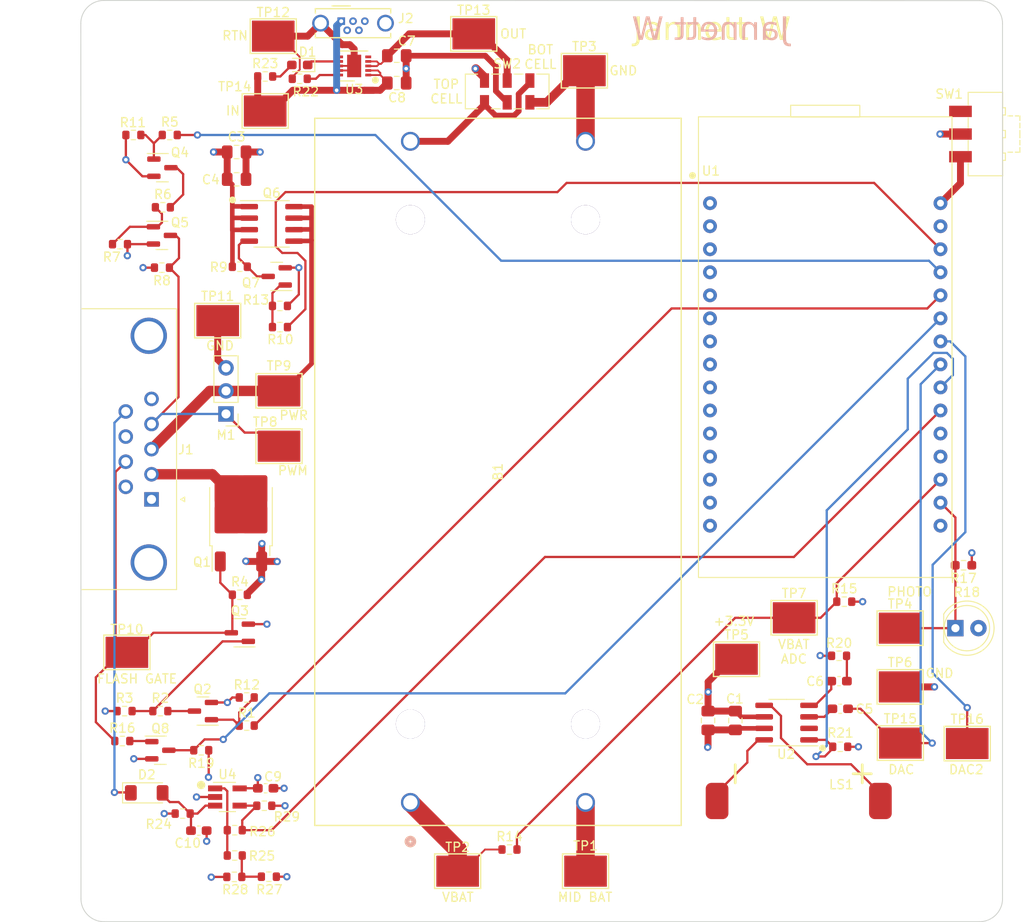
<source format=kicad_pcb>
(kicad_pcb (version 20221018) (generator pcbnew)
  (layers (0 "F.Cu" signal) (1 "In1.Cu" signal) (2 "In2.Cu" signal) (31 "B.Cu" signal) (34 "B.Paste" user) (35 "F.Paste" user) (36 "B.SilkS" user "B.Silkscreen") (37 "F.SilkS" user "F.Silkscreen") (38 "B.Mask" user) (39 "F.Mask" user) (44 "Edge.Cuts" user))
  (net 0 "")
  (net 1 "VBAT")
  (net 2 "/BAT_MID")
  (net 3 "GND")
  (net 4 "/SERVO_PWR")
  (net 5 "/SERVO_PWM_H")
  (net 6 "Net-(Q2-B)")
  (net 7 "Net-(Q2-C)")
  (net 8 "Net-(Q3-B)")
  (net 9 "Net-(Q4-B)")
  (net 10 "Net-(Q4-C)")
  (net 11 "Net-(Q5-B)")
  (net 12 "Net-(Q6-G)")
  (net 13 "Net-(Q7-B)")
  (net 14 "FLASH")
  (net 15 "SERVO_PWM")
  (net 16 "SERVO_GATE")
  (net 17 "/FLASH_GATE")
  (net 18 "/VBAT_ADC")
  (net 35 "Net-(U2-OUT+)")
  (net 36 "Net-(U2-OUT-)")
  (net 37 "DAC")
  (net 39 "Net-(U2-IN+)")
  (net 40 "Net-(Q8-B)")
  (net 41 "FLASH_FB")
  (net 42 "Net-(C6-Pad1)")
  (net 43 "+3.3V")
  (net 44 "/PHOTORES")
  (net 46 "Net-(U2-IN-)")
  (net 47 "EN_AUDIO")
  (net 48 "/CHARGER_OUT")
  (net 49 "/CHARGER_RTN")
  (net 50 "/CHARGER_IN")
  (net 51 "Net-(D1-K)")
  (net 52 "Net-(D1-A)")
  (net 56 "Net-(U3-PROG)")
  (net 57 "/ESP_PWR")
  (net 60 "Net-(D2-A)")
  (net 61 "/BW_IN")
  (net 62 "Net-(U4-+)")
  (net 63 "Net-(R25-Pad2)")
  (net 64 "BW_INT")
  (net 65 "Net-(U1-GPIO26)")
  (net 66 "/FLASH_OUT")
  (footprint "Capacitor_SMD:C_0603_1608Metric_Pad1.08x0.95mm_HandSolder" (layer "F.Cu") (at 114.6048 142.3416)
    (fp_text reference "C10")
    (fp_text value "0.1uF")
  )
  (footprint "Resistor_SMD:R_0603_1608Metric" (layer "F.Cu") (at 118.5672 142.2908 180)
    (fp_text reference "R26")
    (fp_text value "1Meg")
  )
  (footprint "Capacitor_SMD:C_0603_1608Metric_Pad1.08x0.95mm_HandSolder" (layer "F.Cu") (at 121.9708 137.668 180)
    (fp_text reference "C9")
    (fp_text value "0.1uF")
  )
  (footprint "Capacitor_SMD:C_0805_2012Metric_Pad1.18x1.45mm_HandSolder" (layer "F.Cu") (at 136.4195 59.906)
    (fp_text reference "C8")
    (fp_text value "10uF")
  )
  (footprint "MountingHole:MountingHole_3.2mm_M3" (layer "F.Cu") (at 198.12 147.32)
    (fp_text reference "H4" hide)
    (fp_text value "MountingHole")
  )
  (footprint "Jarrett_Footprint_Library:TestPoint_Keystone_5016_Compact" (layer "F.Cu") (at 121.92 62.992)
    (fp_text reference "TP14")
    (fp_text value "5016")
  )
  (footprint "Jarrett_Footprint_Library:TestPoint_Keystone_5016_Compact" (layer "F.Cu") (at 116.6876 86.106)
    (fp_text reference "TP11")
    (fp_text value "5016")
  )
  (footprint "Capacitor_SMD:C_0805_2012Metric_Pad1.18x1.45mm_HandSolder" (layer "F.Cu") (at 118.7704 67.5132)
    (fp_text reference "C3")
    (fp_text value "10uF")
  )
  (footprint "LED_SMD:LED_0603_1608Metric_Pad1.05x0.95mm_HandSolder" (layer "F.Cu") (at 125.73 57.912 180)
    (fp_text reference "D1")
    (fp_text value "LED")
  )
  (footprint "Resistor_SMD:R_0603_1608Metric" (layer "F.Cu") (at 110.363 129.159)
    (fp_text reference "R2")
    (fp_text value "10K")
  )
  (footprint "Capacitor_SMD:C_0805_2012Metric_Pad1.18x1.45mm_HandSolder" (layer "F.Cu") (at 136.4195 56.896)
    (fp_text reference "C7")
    (fp_text value "10uF")
  )
  (footprint "Connector_USB:USB_Micro-B_Wuerth_614105150721_Vertical_CircularHoles" (layer "F.Cu") (at 130.302 53.086)
    (fp_text reference "J2")
    (fp_text value "614105150721")
  )
  (footprint "Button_Switch_SMD:SW_DPDT_CK_JS202011JCQN" (layer "F.Cu") (at 148.59 60.833)
    (fp_text reference "SW2")
    (fp_text value "JS202011JCQN")
  )
  (footprint "Package_SO:SOIC-8_3.9x4.9mm_P1.27mm" (layer "F.Cu") (at 122.6312 75.438)
    (fp_text reference "Q6")
    (fp_text value "FDS9435A")
  )
  (footprint "Connector_Dsub:DSUB-9_Female_Horizontal_P2.77x2.84mm_EdgePinOffset4.94mm_Housed_MountingHolesOffset7.48mm" (layer "F.Cu") (at 109.393 105.816 -90)
    (fp_text reference "J1")
    (fp_text value "DE9_Receptacle_MountingHoles")
  )
  (footprint "Resistor_SMD:R_0603_1608Metric" (layer "F.Cu") (at 118.5672 145.0848)
    (fp_text reference "R25")
    (fp_text value "10K")
  )
  (footprint "Resistor_SMD:R_0603_1608Metric" (layer "F.Cu") (at 119.888 127.6604 180)
    (fp_text reference "R12")
    (fp_text value "1K")
  )
  (footprint "Resistor_SMD:R_0603_1608Metric" (layer "F.Cu") (at 123.5456 86.8172)
    (fp_text reference "R10")
    (fp_text value "10K")
  )
  (footprint "Package_TO_SOT_SMD:SOT-23" (layer "F.Cu") (at 110.363 133.477)
    (fp_text reference "Q8")
    (fp_text value "MMBT3904")
  )
  (footprint "Jarrett_Footprint_Library:TestPoint_Keystone_5016_Compact" (layer "F.Cu") (at 106.68 122.682)
    (fp_text reference "TP10")
    (fp_text value "5016")
  )
  (footprint "Resistor_SMD:R_0603_1608Metric" (layer "F.Cu") (at 106.426 129.159)
    (fp_text reference "R3")
    (fp_text value "1K")
  )
  (footprint "Package_SO:SOIC-8_3.9x4.9mm_P1.27mm" (layer "F.Cu") (at 179.386 130.429 180)
    (fp_text reference "U2")
    (fp_text value "PAM8302AAD")
  )
  (footprint "Package_TO_SOT_SMD:TO-252-2" (layer "F.Cu") (at 119.253 107.618 90)
    (fp_text reference "Q1")
    (fp_text value "QM6006D")
  )
  (footprint "Package_TO_SOT_SMD:SOT-23" (layer "F.Cu") (at 110.5408 76.708)
    (fp_text reference "Q5")
    (fp_text value "MMBT3906")
  )
  (footprint "Jarrett_Footprint_Library:TestPoint_Keystone_5016_Compact" (layer "F.Cu") (at 144.907 54.483)
    (fp_text reference "TP13")
    (fp_text value "5016")
  )
  (footprint "Resistor_SMD:R_0603_1608Metric" (layer "F.Cu") (at 105.918 77.6732 180)
    (fp_text reference "R7")
    (fp_text value "1K")
  )
  (footprint "Resistor_SMD:R_0603_1608Metric" (layer "F.Cu") (at 112.8268 140.462)
    (fp_text reference "R24")
    (fp_text value "10K")
  )
  (footprint "Package_TO_SOT_SMD:SOT-23" (layer "F.Cu") (at 110.5916 69.2404)
    (fp_text reference "Q4")
    (fp_text value "MMBT3904")
  )
  (footprint "Jarrett_Footprint_Library:TestPoint_Keystone_5016_Compact" (layer "F.Cu") (at 180.213 118.872)
    (fp_text reference "TP7")
    (fp_text value "5016")
  )
  (footprint "Resistor_SMD:R_0603_1608Metric" (layer "F.Cu") (at 185.166 123.063 180)
    (fp_text reference "R20")
    (fp_text value "0")
  )
  (footprint "Resistor_SMD:R_0603_1608Metric" (layer "F.Cu") (at 110.6424 73.6092)
    (fp_text reference "R6")
    (fp_text value "10K")
  )
  (footprint "Resistor_SMD:R_0603_1608Metric" (layer "F.Cu") (at 107.3912 65.6336 180)
    (fp_text reference "R11")
    (fp_text value "1K")
  )
  (footprint "Resistor_SMD:R_0603_1608Metric" (layer "F.Cu") (at 119.888 130.7592)
    (fp_text reference "R1")
    (fp_text value "10K")
  )
  (footprint "Resistor_SMD:R_0603_1608Metric" (layer "F.Cu") (at 119.126 80.1624)
    (fp_text reference "R9")
    (fp_text value "10K")
  )
  (footprint "Connector_PinHeader_2.54mm:PinHeader_1x03_P2.54mm_Vertical" (layer "F.Cu") (at 117.602 96.393 180)
    (fp_text reference "M1")
    (fp_text value "Motor_Servo")
  )
  (footprint "Resistor_SMD:R_0603_1608Metric" (layer "F.Cu") (at 121.92 59.182)
    (fp_text reference "R23")
    (fp_text value "1K")
  )
  (footprint "Jarrett_Footprint_Library:TestPoint_Keystone_5016_Compact" (layer "F.Cu") (at 191.9224 132.6896)
    (fp_text reference "TP15")
    (fp_text value "5016")
  )
  (footprint "Resistor_SMD:R_0603_1608Metric" (layer "F.Cu") (at 110.5408 80.264 180)
    (fp_text reference "R8")
    (fp_text value "1K")
  )
  (footprint "Package_DFN_QFN:DFN-10-1EP_3x3mm_P0.5mm_EP1.55x2.48mm" (layer "F.Cu") (at 131.725 58.023 180)
    (fp_text reference "U3")
    (fp_text value "MCP73123T-22SI/MF")
  )
  (footprint "Capacitor_SMD:C_0805_2012Metric_Pad1.18x1.45mm_HandSolder" (layer "F.Cu") (at 170.726 130.1965 -90)
    (fp_text reference "C2")
    (fp_text value "1uF")
  )
  (footprint "Resistor_SMD:R_0603_1608Metric" (layer "F.Cu") (at 121.8184 139.5984 180)
    (fp_text reference "R29")
    (fp_text value "10K")
  )
  (footprint "MountingHole:MountingHole_3.2mm_M3" (layer "F.Cu") (at 106.68 55.88)
    (fp_text reference "H1" hide)
    (fp_text value "MountingHole")
  )
  (footprint "Jarrett_Footprint_Library:TestPoint_Keystone_5016_Compact" (layer "F.Cu") (at 157.226 146.812)
    (fp_text reference "TP1")
    (fp_text value "5016")
  )
  (footprint "Jarrett_Footprint_Library:TestPoint_Keystone_5016_Compact" (layer "F.Cu") (at 123.444 93.853)
    (fp_text reference "TP9")
    (fp_text value "5016")
  )
  (footprint "Resistor_SMD:R_0603_1608Metric" (layer "F.Cu") (at 148.844 144.4244)
    (fp_text reference "R14")
    (fp_text value "20K")
  )
  (footprint "Jarrett_Footprint_Library:OWS-142037TA-4" (layer "F.Cu") (at 170.721 138.0725 -90)
    (fp_text reference "LS1")
    (fp_text value "OWS-142037TA-4")
  )
  (footprint "Capacitor_SMD:C_0603_1608Metric_Pad1.08x0.95mm_HandSolder" (layer "F.Cu") (at 185.165 125.857 180)
    (fp_text reference "C6")
    (fp_text value "0.1uF")
  )
  (footprint "MountingHole:MountingHole_3.2mm_M3" (layer "F.Cu") (at 106.68 147.32)
    (fp_text reference "H2" hide)
    (fp_text value "MountingHole")
  )
  (footprint "Resistor_SMD:R_0603_1608Metric" (layer "F.Cu") (at 118.5164 147.4424)
    (fp_text reference "R28")
    (fp_text value "10K")
  )
  (footprint "Resistor_SMD:R_0603_1608Metric" (layer "F.Cu") (at 185.292 133.096)
    (fp_text reference "R21")
    (fp_text value "10K")
  )
  (footprint "Jarrett_Footprint_Library:TestPoint_Keystone_5016_Compact" (layer "F.Cu") (at 191.897 126.492)
    (fp_text reference "TP6")
    (fp_text value "5016")
  )
  (footprint "Resistor_SMD:R_0603_1608Metric" (layer "F.Cu") (at 114.872 133.477 180)
    (fp_text reference "R19")
    (fp_text value "10K")
  )
  (footprint "Jarrett_Footprint_Library:TestPoint_Keystone_5016_Compact" (layer "F.Cu") (at 173.863 123.444)
    (fp_text reference "TP5")
    (fp_text value "5016")
  )
  (footprint "Jarrett_Footprint_Library:TestPoint_Keystone_5016_Compact" (layer "F.Cu") (at 199.2884 132.7404)
    (fp_text reference "TP16")
    (fp_text value "5016")
  )
  (footprint "Resistor_SMD:R_0603_1608Metric" (layer "F.Cu") (at 106.172 132.461)
    (fp_text reference "R16")
    (fp_text value "10K")
  )
  (footprint "Jarrett_Footprint_Library:TestPoint_Keystone_5016_Compact" (layer "F.Cu") (at 143.129 146.812)
    (fp_text reference "TP2")
    (fp_text value "5016")
  )
  (footprint "Diode_SMD:D_MiniMELF" (layer "F.Cu") (at 108.8644 138.176)
    (fp_text reference "D2")
    (fp_text value "BAV103-GS08\n")
  )
  (footprint "Resistor_SMD:R_0603_1608Metric" (layer "F.Cu") (at 122.3264 147.4216)
    (fp_text reference "R27")
    (fp_text value "10K")
  )
  (footprint "Package_TO_SOT_SMD:SOT-23-5_HandSoldering" (layer "F.Cu") (at 117.7544 138.6332)
    (fp_text reference "U4")
    (fp_text value "TLV1701AIDBVT")
  )
  (footprint "MountingHole:MountingHole_3.2mm_M3" (layer "F.Cu") (at 198.12 55.88)
    (fp_text reference "H3" hide)
    (fp_text value "MountingHole")
  )
  (footprint "Resistor_SMD:R_0603_1608Metric" (layer "F.Cu") (at 111.4044 65.6336)
    (fp_text reference "R5")
    (fp_text value "10K")
  )
  (footprint "Resistor_SMD:R_0603_1608Metric_Pad0.98x0.95mm_HandSolder" (layer "F.Cu") (at 198.882 113.0808 180)
    (fp_text reference "R17")
    (fp_text value "10K")
  )
  (footprint "Resistor_SMD:R_0603_1608Metric" (layer "F.Cu") (at 185.737 117.094)
    (fp_text reference "R15")
    (fp_text value "10K")
  )
  (footprint "Package_TO_SOT_SMD:SOT-23" (layer "F.Cu") (at 119.126 120.523 180)
    (fp_text reference "Q3")
    (fp_text value "MMBT3906")
  )
  (footprint "Package_TO_SOT_SMD:SOT-23" (layer "F.Cu") (at 115.062 129.159 180)
    (fp_text reference "Q2")
    (fp_text value "MMBT3904")
  )
  (footprint "Jarrett_Footprint_Library:ESP32_MODULE" (layer "F.Cu") (at 183.642 89.027)
    (fp_text reference "U1")
    (fp_text value "~")
  )
  (footprint "Resistor_SMD:R_0603_1608Metric" (layer "F.Cu") (at 119.126 116.332)
    (fp_text reference "R4")
    (fp_text value "1K")
  )
  (footprint "Jarrett_Footprint_Library:TestPoint_Keystone_5016_Compact" (layer "F.Cu") (at 191.897 120.015)
    (fp_text reference "TP4")
    (fp_text value "5016")
  )
  (footprint "Jarrett_Footprint_Library:BK-18650-PC4_MPD" (layer "F.Cu") (at 137.923999 139.231117 90)
    (fp_text reference "B1")
    (fp_text value "BK-18650-PC4")
  )
  (footprint "Jarrett_Footprint_Library:TestPoint_Keystone_5016_Compact" (layer "F.Cu") (at 123.444 99.949)
    (fp_text reference "TP8")
    (fp_text value "5016")
  )
  (footprint "Resistor_SMD:R_0603_1608Metric" (layer "F.Cu") (at 123.5456 84.4804)
    (fp_text reference "R13")
    (fp_text value "1K")
  )
  (footprint "LED_THT:LED_D5.0mm" (layer "F.Cu") (at 197.988 120.015)
    (fp_text reference "R18")
    (fp_text value "R_Photo")
  )
  (footprint "Jarrett_Footprint_Library:TestPoint_Keystone_5016_Compact" (layer "F.Cu") (at 157.099 58.547)
    (fp_text reference "TP3")
    (fp_text value "5016")
  )
  (footprint "Capacitor_SMD:C_0805_2012Metric_Pad1.18x1.45mm_HandSolder" (layer "F.Cu") (at 118.7704 70.5232)
    (fp_text reference "C4")
    (fp_text value "1uF")
  )
  (footprint "Capacitor_SMD:C_0603_1608Metric_Pad1.08x0.95mm_HandSolder" (layer "F.Cu") (at 185.292 128.905 180)
    (fp_text reference "C5")
    (fp_text value "0.1uF")
  )
  (footprint "Jarrett_Footprint_Library:TestPoint_Keystone_5016_Compact" (layer "F.Cu") (at 122.809 54.737)
    (fp_text reference "TP12")
    (fp_text value "5016")
  )
  (footprint "Capacitor_SMD:C_0805_2012Metric_Pad1.18x1.45mm_HandSolder" (layer "F.Cu") (at 173.736 130.1965 -90)
    (fp_text reference "C1")
    (fp_text value "10uF")
  )
  (footprint "Button_Switch_SMD:SW_SPDT_CK-JS102011SAQN" (layer "F.Cu") (at 201.295 65.532 90)
    (fp_text reference "SW1")
    (fp_text value "JS102011SAQN")
  )
  (footprint "Resistor_SMD:R_0603_1608Metric" (layer "F.Cu") (at 125.73 59.436 180)
    (fp_text reference "R22")
    (fp_text value "10K")
  )
  (footprint "Package_TO_SOT_SMD:SOT-23" (layer "F.Cu") (at 123.19 81.2292 180)
    (fp_text reference "Q7")
    (fp_text value "MMBT3904")
  )
  (gr_circle (center 183.3372 133.2484) (end 183.642 133.2484) (stroke (width 0.15)) (fill solid) (layer "F.SilkS"))
  (gr_circle (center 169.0116 70.104) (end 169.3164 70.104) (stroke (width 0.15)) (fill solid) (layer "F.SilkS"))
  (gr_circle (center 118.3132 72.7964) (end 118.618 72.7964) (stroke (width 0.15)) (fill solid) (layer "F.SilkS"))
  (gr_circle (center 114.8588 137.3124) (end 115.2144 137.16) (stroke (width 0.15)) (fill solid) (layer "F.SilkS"))
  (gr_circle (center 134.0612 59.5884) (end 134.366 59.5884) (stroke (width 0.15)) (fill solid) (layer "F.SilkS"))
  (gr_arc (start 203.181949 149.841949) (mid 202.438 151.638) (end 200.641949 152.381949) (stroke (width 0.1)) (layer "Edge.Cuts"))
  (gr_line (start 104.14 50.8) (end 200.641949 50.818051) (stroke (width 0.1)) (layer "Edge.Cuts"))
  (gr_line (start 101.618051 149.841949) (end 101.6 53.34) (stroke (width 0.1)) (layer "Edge.Cuts"))
  (gr_arc (start 101.6 53.34) (mid 102.343949 51.543949) (end 104.14 50.8) (stroke (width 0.1)) (layer "Edge.Cuts"))
  (gr_line (start 200.641949 152.381949) (end 104.158051 152.381949) (stroke (width 0.1)) (layer "Edge.Cuts"))
  (gr_arc (start 200.641949 50.818051) (mid 202.438 51.562) (end 203.181949 53.358051) (stroke (width 0.1)) (layer "Edge.Cuts"))
  (gr_arc (start 104.158051 152.381949) (mid 102.362 151.638) (end 101.618051 149.841949) (stroke (width 0.1)) (layer "Edge.Cuts"))
  (gr_line (start 203.181949 53.358051) (end 203.181949 149.841949) (stroke (width 0.1)) (layer "Edge.Cuts"))
  (gr_text "Jannett W" (at 179.671658 55.5752) (layer "B.SilkS") (effects (font (size 2.54 2.54)) (justify left bottom mirror)))
  (gr_text "OUT" (at 147.7264 55.0672) (layer "F.SilkS") (effects (font (size 1 1)) (justify left bottom)))
  (gr_text "VBAT" (at 143.1544 150.2664) (layer "F.SilkS") (effects (font (size 1 1)) (justify bottom)))
  (gr_text "GND" (at 116.9416 89.4588) (layer "F.SilkS") (effects (font (size 1 1)) (justify bottom)))
  (gr_text "VBAT\nADC" (at 180.1876 124.0028) (layer "F.SilkS") (effects (font (size 1 1)) (justify bottom)))
  (gr_text "BOT\nCELL" (at 152.2476 58.42) (layer "F.SilkS") (effects (font (size 1 1)) (justify bottom)))
  (gr_text "DAC2" (at 199.1868 136.1948) (layer "F.SilkS") (effects (font (size 1 1)) (justify bottom)))
  (gr_text "PWM" (at 124.968 103.2256) (layer "F.SilkS") (effects (font (size 1 1)) (justify bottom)))
  (gr_text "IN" (at 117.5004 63.5508) (layer "F.SilkS") (effects (font (size 1 1)) (justify left bottom)))
  (gr_text "PWR" (at 125.0696 97.1296) (layer "F.SilkS") (effects (font (size 1 1)) (justify bottom)))
  (gr_text "TOP\nCELL" (at 141.8844 62.23) (layer "F.SilkS") (effects (font (size 1 1)) (justify bottom)))
  (gr_text "PHOTO" (at 192.9384 116.586) (layer "F.SilkS") (effects (font (size 1 1)) (justify bottom)))
  (gr_text "MID BAT" (at 157.1752 150.2664) (layer "F.SilkS") (effects (font (size 1 1)) (justify bottom)))
  (gr_text "GND" (at 196.2404 125.5776) (layer "F.SilkS") (effects (font (size 1 1)) (justify bottom)))
  (gr_text "Jannett W" (at 162.5092 55.5752) (layer "F.SilkS") (effects (font (size 2.54 2.54)) (justify left bottom)))
  (gr_text "+3.3V" (at 173.5836 119.8372) (layer "F.SilkS") (effects (font (size 1 1)) (justify bottom)))
  (gr_text "GND" (at 161.3916 59.1312) (layer "F.SilkS") (effects (font (size 1 1)) (justify bottom)))
  (gr_text "RTN" (at 117.094 55.2704) (layer "F.SilkS") (effects (font (size 1 1)) (justify left bottom)))
  (gr_text "DAC" (at 192.024 136.1948) (layer "F.SilkS") (effects (font (size 1 1)) (justify bottom)))
  (gr_text "FLASH GATE" (at 107.7976 126.1872) (layer "F.SilkS") (effects (font (size 1 1)) (justify bottom)))
  (segment (start 198.545 65.532) (end 196.2912 65.532) (width 0.762) (layer "F.Cu") (net 1))
  (segment (start 105.601 129.159) (end 104.2924 129.159) (width 0.254) (layer "F.Cu") (net 1))
  (segment (start 118.2934 76.0984) (end 118.3132 76.1182) (width 0.508) (layer "F.Cu") (net 1))
  (segment (start 143.129 144.436118) (end 137.923999 139.231117) (width 2.032) (layer "F.Cu") (net 1))
  (segment (start 148.019 144.4244) (end 146.1516 144.4244) (width 0.2032) (layer "F.Cu") (net 1))
  (segment (start 146.09 59.2728) (end 146.09 59.633) (width 0.762) (layer "F.Cu") (net 1))
  (segment (start 117.7329 67.5132) (end 116.2304 67.5132) (width 0.762) (layer "F.Cu") (net 1))
  (segment (start 118.2934 74.7776) (end 120.1618 74.7776) (width 0.508) (layer "F.Cu") (net 1))
  (segment (start 146.1516 144.4244) (end 143.764 146.812) (width 0.2032) (layer "F.Cu") (net 1))
  (segment (start 145.1356 58.3184) (end 146.09 59.2728) (width 0.9652) (layer "F.Cu") (net 1))
  (segment (start 120.0635 119.573) (end 122.113 119.573) (width 0.254) (layer "F.Cu") (net 1))
  (segment (start 117.7329 70.5232) (end 117.7329 67.5132) (width 0.762) (layer "F.Cu") (net 1))
  (segment (start 118.2934 73.5076) (end 120.1618 73.5076) (width 0.508) (layer "F.Cu") (net 1))
  (segment (start 106.743 77.6732) (end 109.5881 77.6732) (width 0.254) (layer "F.Cu") (net 1))
  (segment (start 118.3132 80.1502) (end 118.301 80.1624) (width 0.508) (layer "F.Cu") (net 1))
  (segment (start 143.764 146.812) (end 143.129 146.812) (width 0.762) (layer "F.Cu") (net 1))
  (segment (start 118.2934 76.0984) (end 120.1618 76.0984) (width 0.508) (layer "F.Cu") (net 1))
  (segment (start 109.5881 77.6732) (end 109.6033 77.658) (width 0.254) (layer "F.Cu") (net 1))
  (segment (start 118.2934 76.0984) (end 118.2934 71.0837) (width 0.508) (layer "F.Cu") (net 1))
  (segment (start 106.743 78.931) (end 106.7308 78.9432) (width 0.254) (layer "F.Cu") (net 1))
  (segment (start 143.129 146.812) (end 143.129 144.436118) (width 2.032) (layer "F.Cu") (net 1))
  (segment (start 118.2934 71.0837) (end 117.7329 70.5232) (width 0.508) (layer "F.Cu") (net 1))
  (segment (start 106.743 77.6732) (end 106.743 78.931) (width 0.254) (layer "F.Cu") (net 1))
  (segment (start 118.3132 76.1182) (end 118.3132 80.1502) (width 0.508) (layer "F.Cu") (net 1))
  (via (at 106.7308 78.9432) (size 0.8) (drill 0.4) (layers "F.Cu" "B.Cu") (net 1))
  (via (at 145.0848 58.3184) (size 0.8) (drill 0.4) (layers "F.Cu" "B.Cu") (net 1))
  (via (at 122.113 119.573) (size 0.8) (drill 0.4) (layers "F.Cu" "B.Cu") (net 1))
  (via (at 104.2924 129.159) (size 0.8) (drill 0.4) (layers "F.Cu" "B.Cu") (net 1))
  (via (at 196.2912 65.532) (size 0.8) (drill 0.4) (layers "F.Cu" "B.Cu") (net 1))
  (via (at 116.2304 67.5132) (size 0.8) (drill 0.4) (layers "F.Cu" "B.Cu") (net 1))
  (segment (start 147.32 63.5) (end 146.09 62.27) (width 0.635) (layer "F.Cu") (net 2))
  (segment (start 151.09 59.8824) (end 149.86 61.1124) (width 0.635) (layer "F.Cu") (net 2))
  (segment (start 151.09 59.633) (end 151.09 59.8824) (width 0.25) (layer "F.Cu") (net 2))
  (segment (start 142.050506 66.331094) (end 137.923999 66.331094) (width 0.762) (layer "F.Cu") (net 2))
  (segment (start 146.09 62.2916) (end 142.050506 66.331094) (width 0.762) (layer "F.Cu") (net 2))
  (segment (start 149.86 61.1124) (end 149.86 62.992) (width 0.635) (layer "F.Cu") (net 2))
  (segment (start 149.352 63.5) (end 147.32 63.5) (width 0.635) (layer "F.Cu") (net 2))
  (segment (start 146.09 62.27) (end 146.09 62.033) (width 0.25) (layer "F.Cu") (net 2))
  (segment (start 146.09 62.27) (end 146.09 62.2916) (width 0.25) (layer "F.Cu") (net 2))
  (segment (start 149.86 62.992) (end 149.352 63.5) (width 0.635) (layer "F.Cu") (net 2))
  (segment (start 157.224001 139.231117) (end 157.224001 146.559999) (width 2.032) (layer "F.Cu") (net 2))
  (segment (start 121.533 112.658) (end 121.533 114.6362) (width 0.762) (layer "F.Cu") (net 3))
  (segment (start 106.5662 68.3646) (end 106.5662 65.6336) (width 0.254) (layer "F.Cu") (net 3))
  (segment (start 121.533 112.658) (end 121.533 110.7246) (width 0.762) (layer "F.Cu") (net 3))
  (segment (start 170.726 133.1088) (end 170.688 133.1468) (width 0.762) (layer "F.Cu") (net 3))
  (segment (start 156.4386 58.547) (end 152.9526 62.033) (width 0.9652) (layer "F.Cu") (net 3))
  (segment (start 119.063 127.6604) (end 118.303 127.6604) (width 0.254) (layer "F.Cu") (net 3))
  (segment (start 125.3391 80.264) (end 124.1044 80.264) (width 0.25) (layer "F.Cu") (net 3))
  (segment (start 187.7634 117.094) (end 186.531 117.094) (width 0.254) (layer "F.Cu") (net 3))
  (segment (start 173.906 131.064) (end 173.736 131.234) (width 0.762) (layer "F.Cu") (net 3))
  (segment (start 118.303 127.6604) (end 117.7544 128.209) (width 0.254) (layer "F.Cu") (net 3))
  (segment (start 109.4255 134.427) (end 107.4318 134.427) (width 0.254) (layer "F.Cu") (net 3))
  (segment (start 121.533 110.7246) (end 121.5644 110.6932) (width 0.762) (layer "F.Cu") (net 3))
  (segment (start 183.1086 123.063) (end 183.0832 123.0376) (width 0.254) (layer "F.Cu") (net 3))
  (segment (start 123.2244 112.658) (end 123.2408 112.6744) (width 0.762) (layer "F.Cu") (net 3))
  (segment (start 125.3391 80.264) (end 125.6284 80.264) (width 0.25) (layer "F.Cu") (net 3))
  (segment (start 176.911 131.064) (end 173.906 131.064) (width 0.508) (layer "F.Cu") (net 3))
  (segment (start 191.897 126.492) (end 195.6816 126.492) (width 0.762) (layer "F.Cu") (net 3))
  (segment (start 121.533 112.658) (end 123.2244 112.658) (width 0.762) (layer "F.Cu") (net 3))
  (segment (start 109.6541 70.1904) (end 108.392 70.1904) (width 0.254) (layer "F.Cu") (net 3))
  (segment (start 116.6876 90.3986) (end 117.602 91.313) (width 0.762) (layer "F.Cu") (net 3))
  (segment (start 124.3076 147.4216) (end 123.1683 147.4216) (width 0.25) (layer "F.Cu") (net 3))
  (segment (start 152.9526 62.033) (end 151.09 62.033) (width 0.9652) (layer "F.Cu") (net 3))
  (segment (start 119.8079 67.5132) (end 121.3612 67.5132) (width 0.762) (layer "F.Cu") (net 3))
  (segment (start 119.8079 70.5232) (end 119.8079 67.5132) (width 0.762) (layer "F.Cu") (net 3))
  (segment (start 125.6284 83.2226) (end 124.3706 84.4804) (width 0.25) (layer "F.Cu") (net 3))
  (segment (start 115.4684 143.51) (end 115.4684 142.3707) (width 0.25) (layer "F.Cu") (net 3))
  (segment (start 115.9995 128.209) (end 117.7544 128.209) (width 0.254) (layer "F.Cu") (net 3))
  (segment (start 170.726 131.234) (end 170.726 133.1088) (width 0.762) (layer "F.Cu") (net 3))
  (segment (start 119.8208 112.658) (end 119.7864 112.6236) (width 0.762) (layer "F.Cu") (net 3))
  (segment (start 184.341 123.063) (end 183.1086 123.063) (width 0.254) (layer "F.Cu") (net 3))
  (segment (start 119.951 116.2182) (end 121.5136 114.6556) (width 0.762) (layer "F.Cu") (net 3))
  (segment (start 116.6876 86.106) (end 116.6876 90.3986) (width 0.762) (layer "F.Cu") (net 3))
  (segment (start 157.224001 58.672001) (end 157.099 58.547) (width 0.25) (layer "F.Cu") (net 3))
  (segment (start 108.392 70.1904) (end 106.5662 68.3646) (width 0.254) (layer "F.Cu") (net 3))
  (segment (start 109.7158 80.264) (end 108.458 80.264) (width 0.254) (layer "F.Cu") (net 3))
  (segment (start 186.117 133.096) (end 187.2996 133.096) (width 0.254) (layer "F.Cu") (net 3))
  (segment (start 170.726 131.234) (end 173.736 131.234) (width 0.762) (layer "F.Cu") (net 3))
  (segment (start 119.951 116.332) (end 119.951 116.2182) (width 0.762) (layer "F.Cu") (net 3))
  (segment (start 114.3508 138.6332) (end 116.4044 138.6332) (width 0.254) (layer "F.Cu") (net 3))
  (segment (start 157.224001 66.331094) (end 157.224001 58.672001) (width 2.032) (layer "F.Cu") (net 3))
  (segment (start 121.533 112.658) (end 119.8208 112.658) (width 0.762) (layer "F.Cu") (net 3))
  (segment (start 121.533 114.6362) (end 121.5136 114.6556) (width 0.762) (layer "F.Cu") (net 3))
  (segment (start 125.6284 80.264) (end 125.6284 83.2226) (width 0.25) (layer "F.Cu") (net 3))
  (segment (start 124.0028 137.668) (end 122.8635 137.668) (width 0.25) (layer "F.Cu") (net 3))
  (segment (start 157.099 58.547) (end 156.4386 58.547) (width 0.25) (layer "F.Cu") (net 3))
  (via (at 121.5644 110.6932) (size 0.8) (drill 0.4) (layers "F.Cu" "B.Cu") (net 3))
  (via (at 115.4684 143.51) (size 0.8) (drill 0.4) (layers "F.Cu" "B.Cu") (net 3))
  (via (at 124.3076 147.4216) (size 0.8) (drill 0.4) (layers "F.Cu" "B.Cu") (net 3))
  (via (at 114.3508 138.6332) (size 0.8) (drill 0.4) (layers "F.Cu" "B.Cu") (net 3))
  (via (at 183.0832 123.0376) (size 0.8) (drill 0.4) (layers "F.Cu" "B.Cu") (net 3))
  (via (at 107.442 134.4168) (size 0.8) (drill 0.4) (layers "F.Cu" "B.Cu") (net 3))
  (via (at 125.6284 80.264) (size 0.8) (drill 0.4) (layers "F.Cu" "B.Cu") (net 3))
  (via (at 123.2408 112.6744) (size 0.8) (drill 0.4) (layers "F.Cu" "B.Cu") (net 3))
  (via (at 187.2996 133.096) (size 0.8) (drill 0.4) (layers "F.Cu" "B.Cu") (net 3))
  (via (at 195.6816 126.492) (size 0.8) (drill 0.4) (layers "F.Cu" "B.Cu") (net 3))
  (via (at 108.458 80.264) (size 0.8) (drill 0.4) (layers "F.Cu" "B.Cu") (net 3))
  (via (at 119.7864 112.6236) (size 0.8) (drill 0.4) (layers "F.Cu" "B.Cu") (net 3))
  (via (at 121.5136 114.6556) (size 0.8) (drill 0.4) (layers "F.Cu" "B.Cu") (net 3))
  (via (at 117.7544 128.209) (size 0.8) (drill 0.4) (layers "F.Cu" "B.Cu") (net 3))
  (via (at 187.7634 117.094) (size 0.8) (drill 0.4) (layers "F.Cu" "B.Cu") (net 3))
  (via (at 106.5662 68.3646) (size 0.8) (drill 0.4) (layers "F.Cu" "B.Cu") (net 3))
  (via (at 124.0028 137.668) (size 0.8) (drill 0.4) (layers "F.Cu" "B.Cu") (net 3))
  (via (at 170.688 133.1468) (size 0.8) (drill 0.4) (layers "F.Cu" "B.Cu") (net 3))
  (via (at 121.3612 67.5132) (size 0.8) (drill 0.4) (layers "F.Cu" "B.Cu") (net 3))
  (segment (start 109.393 88.076) (end 109.093 87.776) (width 1.143) (layer "B.Cu") (net 3))
  (segment (start 127.0254 73.533) (end 127.0254 77.2414) (width 0.508) (layer "F.Cu") (net 4))
  (segment (start 127.0254 77.2414) (end 127.0254 90.8558) (width 0.508) (layer "F.Cu") (net 4))
  (segment (start 117.602 93.853) (end 123.444 93.853) (width 1.143) (layer "F.Cu") (net 4))
  (segment (start 127.0254 90.8558) (end 124.0282 93.853) (width 0.508) (layer "F.Cu") (net 4))
  (segment (start 127.0254 73.533) (end 125.1062 73.533) (width 0.508) (layer "F.Cu") (net 4))
  (segment (start 125.0808 76.0476) (end 126.9492 76.0476) (width 0.508) (layer "F.Cu") (net 4))
  (segment (start 124.0282 93.853) (end 123.444 93.853) (width 0.508) (layer "F.Cu") (net 4))
  (segment (start 125.1316 74.7776) (end 127 74.7776) (width 0.508) (layer "F.Cu") (net 4))
  (segment (start 109.393 100.276) (end 115.816 93.853) (width 1.143) (layer "F.Cu") (net 4))
  (segment (start 123.9774 93.853) (end 123.444 93.853) (width 1.143) (layer "F.Cu") (net 4))
  (segment (start 125.0808 77.3176) (end 126.9492 77.3176) (width 0.508) (layer "F.Cu") (net 4))
  (segment (start 115.816 93.853) (end 117.602 93.853) (width 1.143) (layer "F.Cu") (net 4))
  (segment (start 127.0254 77.2414) (end 126.9492 77.3176) (width 0.508) (layer "F.Cu") (net 4))
  (segment (start 109.393 97.506) (end 112.3696 94.5294) (width 0.25) (layer "F.Cu") (net 5))
  (segment (start 117.602 96.393) (end 119.6594 98.4504) (width 0.25) (layer "F.Cu") (net 5))
  (segment (start 111.4783 76.708) (end 112.0648 76.708) (width 0.25) (layer "F.Cu") (net 5))
  (segment (start 112.3696 81.2678) (end 111.3658 80.264) (width 0.25) (layer "F.Cu") (net 5))
  (segment (start 121.9454 98.4504) (end 123.444 99.949) (width 0.25) (layer "F.Cu") (net 5))
  (segment (start 112.0648 76.708) (end 112.4204 77.0636) (width 0.25) (layer "F.Cu") (net 5))
  (segment (start 112.4204 79.2094) (end 111.3658 80.264) (width 0.25) (layer "F.Cu") (net 5))
  (segment (start 112.4204 77.0636) (end 112.4204 79.2094) (width 0.25) (layer "F.Cu") (net 5))
  (segment (start 112.3696 94.5294) (end 112.3696 81.2678) (width 0.25) (layer "F.Cu") (net 5))
  (segment (start 119.6594 98.4504) (end 121.9454 98.4504) (width 0.25) (layer "F.Cu") (net 5))
  (segment (start 110.506 96.393) (end 109.393 97.506) (width 0.25) (layer "B.Cu") (net 5))
  (segment (start 117.602 96.393) (end 110.506 96.393) (width 0.25) (layer "B.Cu") (net 5))
  (segment (start 118.4128 130.109) (end 119.063 130.7592) (width 0.25) (layer "F.Cu") (net 6))
  (segment (start 119.063 129.3104) (end 120.713 127.6604) (width 0.25) (layer "F.Cu") (net 6))
  (segment (start 115.9995 130.109) (end 118.4128 130.109) (width 0.25) (layer "F.Cu") (net 6))
  (segment (start 119.063 130.7592) (end 119.063 129.3104) (width 0.25) (layer "F.Cu") (net 6))
  (segment (start 114.1245 129.159) (end 111.188 129.159) (width 0.25) (layer "F.Cu") (net 7))
  (segment (start 109.538 129.159) (end 107.251 129.159) (width 0.25) (layer "F.Cu") (net 8))
  (segment (start 117.224 121.473) (end 109.538 129.159) (width 0.25) (layer "F.Cu") (net 8))
  (segment (start 120.0635 121.473) (end 117.224 121.473) (width 0.25) (layer "F.Cu") (net 8))
  (segment (start 108.7288 65.6336) (end 109.6541 66.5589) (width 0.25) (layer "F.Cu") (net 9))
  (segment (start 109.6541 68.2904) (end 109.6541 66.5589) (width 0.25) (layer "F.Cu") (net 9))
  (segment (start 109.6541 66.5589) (end 110.5794 65.6336) (width 0.25) (layer "F.Cu") (net 9))
  (segment (start 108.2162 65.6336) (end 108.7288 65.6336) (width 0.25) (layer "F.Cu") (net 9))
  (segment (start 111.5291 69.2404) (end 112.1664 69.2404) (width 0.25) (layer "F.Cu") (net 10))
  (segment (start 112.8776 69.9516) (end 112.8776 72.199) (width 0.25) (layer "F.Cu") (net 10))
  (segment (start 112.8776 72.199) (end 111.4674 73.6092) (width 0.25) (layer "F.Cu") (net 10))
  (segment (start 112.1664 69.2404) (end 112.8776 69.9516) (width 0.25) (layer "F.Cu") (net 10))
  (segment (start 105.093 77.6732) (end 107.0082 75.758) (width 0.25) (layer "F.Cu") (net 11))
  (segment (start 107.0082 75.758) (end 109.6033 75.758) (width 0.25) (layer "F.Cu") (net 11))
  (segment (start 110.5408 74.3326) (end 109.8174 73.6092) (width 0.25) (layer "F.Cu") (net 11))
  (segment (start 109.6033 75.758) (end 110.0684 75.758) (width 0.25) (layer "F.Cu") (net 11))
  (segment (start 110.5408 75.2856) (end 110.5408 74.3326) (width 0.25) (layer "F.Cu") (net 11))
  (segment (start 110.0684 75.758) (end 110.5408 75.2856) (width 0.25) (layer "F.Cu") (net 11))
  (segment (start 119.0244 77.7748) (end 119.0244 79.2358) (width 0.25) (layer "F.Cu") (net 12))
  (segment (start 120.1562 77.343) (end 119.4562 77.343) (width 0.25) (layer "F.Cu") (net 12))
  (segment (start 119.0244 79.2358) (end 119.951 80.1624) (width 0.25) (layer "F.Cu") (net 12))
  (segment (start 122.2525 81.2292) (end 121.0178 81.2292) (width 0.25) (layer "F.Cu") (net 12))
  (segment (start 119.4562 77.343) (end 119.0244 77.7748) (width 0.25) (layer "F.Cu") (net 12))
  (segment (start 121.0178 81.2292) (end 119.951 80.1624) (width 0.25) (layer "F.Cu") (net 12))
  (segment (start 124.1275 82.1792) (end 123.6116 82.1792) (width 0.25) (layer "F.Cu") (net 13))
  (segment (start 123.6116 82.1792) (end 122.7206 83.0702) (width 0.25) (layer "F.Cu") (net 13))
  (segment (start 122.7206 83.0702) (end 122.7206 84.4804) (width 0.25) (layer "F.Cu") (net 13))
  (segment (start 122.7206 86.8172) (end 122.7206 84.4804) (width 0.25) (layer "F.Cu") (net 13))
  (segment (start 194.889 84.765) (end 196.342 83.312) (width 0.25) (layer "F.Cu") (net 14))
  (segment (start 166.7072 84.765) (end 194.889 84.765) (width 0.25) (layer "F.Cu") (net 14))
  (segment (start 120.713 130.7592) (end 166.7072 84.765) (width 0.25) (layer "F.Cu") (net 14))
  (segment (start 112.2294 65.6336) (end 114.4524 65.6336) (width 0.25) (layer "F.Cu") (net 15))
  (via (at 114.4524 65.6336) (size 0.8) (drill 0.4) (layers "F.Cu" "B.Cu") (net 15))
  (segment (start 114.4524 65.6336) (end 134.0612 65.6336) (width 0.25) (layer "B.Cu") (net 15))
  (segment (start 147.9296 79.502) (end 195.072 79.502) (width 0.25) (layer "B.Cu") (net 15))
  (segment (start 134.0612 65.6336) (end 147.9296 79.502) (width 0.25) (layer "B.Cu") (net 15))
  (segment (start 195.072 79.502) (end 196.342 80.772) (width 0.25) (layer "B.Cu") (net 15))
  (segment (start 123.7996 78.6384) (end 123.0884 77.9272) (width 0.25) (layer "F.Cu") (net 16))
  (segment (start 155.1432 70.9168) (end 189.0268 70.9168) (width 0.25) (layer "F.Cu") (net 16))
  (segment (start 123.0884 77.9272) (end 123.0884 72.9996) (width 0.25) (layer "F.Cu") (net 16))
  (segment (start 126.3534 79.5158) (end 125.476 78.6384) (width 0.25) (layer "F.Cu") (net 16))
  (segment (start 126.3534 84.8344) (end 126.3534 79.5158) (width 0.25) (layer "F.Cu") (net 16))
  (segment (start 154.1272 71.9328) (end 155.1432 70.9168) (width 0.25) (layer "F.Cu") (net 16))
  (segment (start 123.0884 72.9996) (end 124.1552 71.9328) (width 0.25) (layer "F.Cu") (net 16))
  (segment (start 124.3706 86.8172) (end 126.3534 84.8344) (width 0.25) (layer "F.Cu") (net 16))
  (segment (start 189.0268 70.9168) (end 196.342 78.232) (width 0.25) (layer "F.Cu") (net 16))
  (segment (start 125.476 78.6384) (end 123.7996 78.6384) (width 0.25) (layer "F.Cu") (net 16))
  (segment (start 124.1552 71.9328) (end 154.1272 71.9328) (width 0.25) (layer "F.Cu") (net 16))
  (segment (start 103.2626 125.439) (end 103.2626 130.3766) (width 0.25) (layer "F.Cu") (net 17))
  (segment (start 106.553 101.661) (end 105.428 102.786) (width 0.25) (layer "F.Cu") (net 17))
  (segment (start 106.68 122.682) (end 106.0196 122.682) (width 0.25) (layer "F.Cu") (net 17))
  (segment (start 116.973 112.658) (end 116.973 115.004) (width 0.25) (layer "F.Cu") (net 17))
  (segment (start 118.301 120.4105) (end 118.1885 120.523) (width 0.25) (layer "F.Cu") (net 17))
  (segment (start 103.2626 130.3766) (end 105.347 132.461) (width 0.25) (layer "F.Cu") (net 17))
  (segment (start 109.601 120.523) (end 107.442 122.682) (width 0.25) (layer "F.Cu") (net 17))
  (segment (start 107.442 122.682) (end 106.68 122.682) (width 0.25) (layer "F.Cu") (net 17))
  (segment (start 106.0196 122.682) (end 103.2626 125.439) (width 0.25) (layer "F.Cu") (net 17))
  (segment (start 105.428 102.786) (end 105.428 121.43) (width 0.25) (layer "F.Cu") (net 17))
  (segment (start 118.301 116.332) (end 118.301 120.4105) (width 0.25) (layer "F.Cu") (net 17))
  (segment (start 116.973 115.004) (end 118.301 116.332) (width 0.25) (layer "F.Cu") (net 17))
  (segment (start 105.428 121.43) (end 106.68 122.682) (width 0.25) (layer "F.Cu") (net 17))
  (segment (start 118.1885 120.523) (end 109.601 120.523) (width 0.25) (layer "F.Cu") (net 17))
  (segment (start 149.669 142.924) (end 173.721 118.872) (width 0.25) (layer "F.Cu") (net 18))
  (segment (start 149.669 144.4244) (end 149.669 142.924) (width 0.25) (layer "F.Cu") (net 18))
  (segment (start 173.721 118.872) (end 180.213 118.872) (width 0.25) (layer "F.Cu") (net 18))
  (segment (start 184.912 117.094) (end 184.912 115.062) (width 0.25) (layer "F.Cu") (net 18))
  (segment (start 184.912 115.062) (end 196.342 103.632) (width 0.25) (layer "F.Cu") (net 18))
  (segment (start 183.134 118.872) (end 184.912 117.094) (width 0.25) (layer "F.Cu") (net 18))
  (segment (start 180.213 118.872) (end 183.134 118.872) (width 0.25) (layer "F.Cu") (net 18))
  (segment (start 189.721 139.0725) (end 189.721 138.2606) (width 0.25) (layer "F.Cu") (net 35))
  (segment (start 178.7652 132.1308) (end 178.7652 129.6924) (width 0.25) (layer "F.Cu") (net 35))
  (segment (start 177.5968 128.524) (end 176.911 128.524) (width 0.25) (layer "F.Cu") (net 35))
  (segment (start 189.721 138.2606) (end 186.4868 135.0264) (width 0.25) (layer "F.Cu") (net 35))
  (segment (start 178.7652 129.6924) (end 177.5968 128.524) (width 0.25) (layer "F.Cu") (net 35))
  (segment (start 181.6608 135.0264) (end 178.7652 132.1308) (width 0.25) (layer "F.Cu") (net 35))
  (segment (start 186.4868 135.0264) (end 181.6608 135.0264) (width 0.25) (layer "F.Cu") (net 35))
  (segment (start 175.0568 133.5532) (end 176.276 132.334) (width 0.25) (layer "F.Cu") (net 36))
  (segment (start 171.721 139.0725) (end 171.721 138.159) (width 0.25) (layer "F.Cu") (net 36))
  (segment (start 175.0568 134.8232) (end 175.0568 133.5532) (width 0.25) (layer "F.Cu") (net 36))
  (segment (start 171.721 138.159) (end 175.0568 134.8232) (width 0.25) (layer "F.Cu") (net 36))
  (segment (start 176.276 132.334) (end 176.911 132.334) (width 0.25) (layer "F.Cu") (net 36))
  (segment (start 186.1545 128.905) (end 187.5282 128.905) (width 0.25) (layer "F.Cu") (net 37))
  (segment (start 191.9224 132.6896) (end 195.4276 132.6896) (width 0.25) (layer "F.Cu") (net 37))
  (segment (start 191.3128 132.6896) (end 191.9224 132.6896) (width 0.25) (layer "F.Cu") (net 37))
  (segment (start 187.5282 128.905) (end 191.3128 132.6896) (width 0.25) (layer "F.Cu") (net 37))
  (via (at 195.4276 132.6896) (size 0.8) (drill 0.4) (layers "F.Cu" "B.Cu") (net 37))
  (segment (start 194.1576 131.4196) (end 194.1576 93.1164) (width 0.25) (layer "B.Cu") (net 37))
  (segment (start 195.4276 132.6896) (end 194.1576 131.4196) (width 0.25) (layer "B.Cu") (net 37))
  (segment (start 194.1576 93.1164) (end 196.342 90.932) (width 0.25) (layer "B.Cu") (net 37))
  (segment (start 184.4295 128.905) (end 183.5405 129.794) (width 0.25) (layer "F.Cu") (net 39))
  (segment (start 183.5405 129.794) (end 181.861 129.794) (width 0.25) (layer "F.Cu") (net 39))
  (segment (start 106.997 132.461) (end 109.3595 132.461) (width 0.25) (layer "F.Cu") (net 40))
  (segment (start 109.3595 132.461) (end 109.4255 132.527) (width 0.25) (layer "F.Cu") (net 40))
  (segment (start 114.047 133.477) (end 111.3005 133.477) (width 0.25) (layer "F.Cu") (net 41))
  (segment (start 114.047 133.477) (end 115.2408 132.2832) (width 0.25) (layer "F.Cu") (net 41))
  (segment (start 115.2408 132.2832) (end 117.2972 132.2832) (width 0.25) (layer "F.Cu") (net 41))
  (via (at 117.2972 132.2832) (size 0.8) (drill 0.4) (layers "F.Cu" "B.Cu") (net 41))
  (segment (start 154.9908 127.2032) (end 196.342 85.852) (width 0.25) (layer "B.Cu") (net 41))
  (segment (start 122.3772 127.2032) (end 154.9908 127.2032) (width 0.25) (layer "B.Cu") (net 41))
  (segment (start 117.2972 132.2832) (end 122.3772 127.2032) (width 0.25) (layer "B.Cu") (net 41))
  (segment (start 186.0275 123.0995) (end 185.991 123.063) (width 0.25) (layer "F.Cu") (net 42))
  (segment (start 186.0275 125.857) (end 186.0275 123.0995) (width 0.25) (layer "F.Cu") (net 42))
  (segment (start 116.0064 147.4424) (end 115.9764 147.4724) (width 0.254) (layer "F.Cu") (net 43))
  (segment (start 115.697 136.4234) (end 115.697 133.477) (width 0.254) (layer "F.Cu") (net 43))
  (segment (start 173.228 123.444) (end 170.7388 125.9332) (width 0.762) (layer "F.Cu") (net 43))
  (segment (start 119.1196 137.668) (end 119.1044 137.6832) (width 0.254) (layer "F.Cu") (net 43))
  (segment (start 112.0018 140.462) (end 110.7948 140.462) (width 0.254) (layer "F.Cu") (net 43))
  (segment (start 199.7945 111.7111) (end 199.7964 111.7092) (width 0.762) (layer "F.Cu") (net 43))
  (segment (start 115.6716 136.4488) (end 115.697 136.4234) (width 0.254) (layer "F.Cu") (net 43))
  (segment (start 121.1083 137.668) (end 121.1083 136.5007) (width 0.254) (layer "F.Cu") (net 43))
  (segment (start 122.6434 139.5984) (end 124.1044 139.5984) (width 0.254) (layer "F.Cu") (net 43))
  (segment (start 170.7388 125.9332) (end 170.7388 127.0508) (width 0.762) (layer "F.Cu") (net 43))
  (segment (start 170.726 127.0636) (end 170.7388 127.0508) (width 0.762) (layer "F.Cu") (net 43))
  (segment (start 199.7945 113.0808) (end 199.7945 111.7111) (width 0.254) (layer "F.Cu") (net 43))
  (segment (start 121.1083 136.5007) (end 121.1072 136.4996) (width 0.254) (layer "F.Cu") (net 43))
  (segment (start 117.6914 147.4424) (end 116.0064 147.4424) (width 0.254) (layer "F.Cu") (net 43))
  (segment (start 170.726 129.159) (end 170.726 127.0636) (width 0.762) (layer "F.Cu") (net 43))
  (segment (start 170.726 129.159) (end 173.736 129.159) (width 0.762) (layer "F.Cu") (net 43))
  (segment (start 173.863 123.444) (end 173.228 123.444) (width 0.762) (layer "F.Cu") (net 43))
  (segment (start 176.911 129.794) (end 174.371 129.794) (width 0.508) (layer "F.Cu") (net 43))
  (segment (start 121.1083 137.668) (end 119.1196 137.668) (width 0.254) (layer "F.Cu") (net 43))
  (segment (start 174.371 129.794) (end 173.736 129.159) (width 0.508) (layer "F.Cu") (net 43))
  (via (at 110.7948 140.462) (size 0.8) (drill 0.4) (layers "F.Cu" "B.Cu") (net 43))
  (via (at 115.6716 136.4488) (size 0.8) (drill 0.4) (layers "F.Cu" "B.Cu") (net 43))
  (via (at 121.1072 136.4996) (size 0.8) (drill 0.4) (layers "F.Cu" "B.Cu") (net 43))
  (via (at 199.7964 111.7092) (size 0.8) (drill 0.4) (layers "F.Cu" "B.Cu") (net 43))
  (via (at 115.9764 147.4724) (size 0.8) (drill 0.4) (layers "F.Cu" "B.Cu") (net 43))
  (via (at 170.7388 127.0508) (size 0.8) (drill 0.4) (layers "F.Cu" "B.Cu") (net 43))
  (via (at 124.1044 139.5984) (size 0.8) (drill 0.4) (layers "F.Cu" "B.Cu") (net 43))
  (segment (start 197.988 107.818) (end 197.988 120.015) (width 0.25) (layer "F.Cu") (net 44))
  (segment (start 196.342 106.172) (end 197.988 107.818) (width 0.25) (layer "F.Cu") (net 44))
  (segment (start 191.897 120.015) (end 197.988 120.015) (width 0.25) (layer "F.Cu") (net 44))
  (segment (start 184.3025 126.7459) (end 184.3025 125.857) (width 0.25) (layer "F.Cu") (net 46))
  (segment (start 181.861 128.524) (end 182.5244 128.524) (width 0.25) (layer "F.Cu") (net 46))
  (segment (start 182.5244 128.524) (end 184.3025 126.7459) (width 0.25) (layer "F.Cu") (net 46))
  (segment (start 183.705 132.334) (end 184.467 133.096) (width 0.25) (layer "F.Cu") (net 47))
  (segment (start 182.626 134.1628) (end 183.5912 134.1628) (width 0.25) (layer "F.Cu") (net 47))
  (segment (start 183.5912 134.1628) (end 184.467 133.287) (width 0.25) (layer "F.Cu") (net 47))
  (segment (start 181.861 132.334) (end 183.705 132.334) (width 0.25) (layer "F.Cu") (net 47))
  (segment (start 184.467 133.287) (end 184.467 133.096) (width 0.25) (layer "F.Cu") (net 47))
  (via (at 182.626 134.1628) (size 0.8) (drill 0.4) (layers "F.Cu" "B.Cu") (net 47))
  (segment (start 183.8082 107.0218) (end 192.7352 98.0948) (width 0.25) (layer "B.Cu") (net 47))
  (segment (start 197.7136 92.1004) (end 196.342 93.472) (width 0.25) (layer "B.Cu") (net 47))
  (segment (start 197.0532 89.662) (end 197.7136 90.3224) (width 0.25) (layer "B.Cu") (net 47))
  (segment (start 192.7352 92.5068) (end 195.58 89.662) (width 0.25) (layer "B.Cu") (net 47))
  (segment (start 183.8082 132.9806) (end 183.8082 107.0218) (width 0.25) (layer "B.Cu") (net 47))
  (segment (start 197.7136 90.3224) (end 197.7136 92.1004) (width 0.25) (layer "B.Cu") (net 47))
  (segment (start 195.58 89.662) (end 197.0532 89.662) (width 0.25) (layer "B.Cu") (net 47))
  (segment (start 192.7352 98.0948) (end 192.7352 92.5068) (width 0.25) (layer "B.Cu") (net 47))
  (segment (start 182.626 134.1628) (end 183.8082 132.9806) (width 0.25) (layer "B.Cu") (net 47))
  (segment (start 144.907 54.483) (end 145.669 54.483) (width 0.762) (layer "F.Cu") (net 48))
  (segment (start 134.6892 57.792) (end 135.382 57.0992) (width 0.2032) (layer "F.Cu") (net 48))
  (segment (start 134.217 57.523) (end 133.275 57.523) (width 0.2032) (layer "F.Cu") (net 48))
  (segment (start 144.907 54.483) (end 137.795 54.483) (width 0.762) (layer "F.Cu") (net 48))
  (segment (start 145.669 54.483) (end 148.59 57.404) (width 0.762) (layer "F.Cu") (net 48))
  (segment (start 137.795 54.483) (end 135.382 56.896) (width 0.762) (layer "F.Cu") (net 48))
  (segment (start 135.382 57.0992) (end 135.382 56.896) (width 0.2032) (layer "F.Cu") (net 48))
  (segment (start 134.486 57.792) (end 134.6892 57.792) (width 0.2032) (layer "F.Cu") (net 48))
  (segment (start 134.239 58.039) (end 133.2854 58.039) (width 0.2032) (layer "F.Cu") (net 48))
  (segment (start 148.59 57.404) (end 148.59 59.633) (width 0.762) (layer "F.Cu") (net 48))
  (segment (start 134.486 57.792) (end 134.217 57.523) (width 0.2032) (layer "F.Cu") (net 48))
  (segment (start 134.486 57.792) (end 134.239 58.039) (width 0.2032) (layer "F.Cu") (net 48))
  (segment (start 130.1206 58.5216) (end 131.6518 58.5216) (width 0.2032) (layer "F.Cu") (net 49))
  (segment (start 131.725 58.023) (end 131.725 56.16) (width 0.762) (layer "F.Cu") (net 49))
  (segment (start 125.73 58.42) (end 125.73 57.023) (width 0.2032) (layer "F.Cu") (net 49))
  (segment (start 123.444 54.737) (end 122.809 54.737) (width 0.2032) (layer "F.Cu") (net 49))
  (segment (start 125.73 57.023) (end 123.444 54.737) (width 0.2032) (layer "F.Cu") (net 49))
  (segment (start 130.175 58.023) (end 130.1844 58.0136) (width 0.2032) (layer "F.Cu") (net 49))
  (segment (start 131.725 56.16) (end 131.2418 55.6768) (width 0.762) (layer "F.Cu") (net 49))
  (segment (start 137.457 59.906) (end 137.457 58.3184) (width 0.762) (layer "F.Cu") (net 49))
  (segment (start 130.3978 55.6768) (end 128.027 53.306) (width 0.762) (layer "F.Cu") (net 49))
  (segment (start 146.177 56.896) (end 137.457 56.896) (width 0.635) (layer "F.Cu") (net 49))
  (segment (start 122.809 54.737) (end 126.596 54.737) (width 0.762) (layer "F.Cu") (net 49))
  (segment (start 124.968 59.436) (end 124.968 59.182) (width 0.2032) (layer "F.Cu") (net 49))
  (segment (start 126.596 54.737) (end 128.027 53.306) (width 0.762) (layer "F.Cu") (net 49))
  (segment (start 124.968 59.182) (end 125.73 58.42) (width 0.2032) (layer "F.Cu") (net 49))
  (segment (start 130.1844 58.0136) (end 131.7156 58.0136) (width 0.2032) (layer "F.Cu") (net 49))
  (segment (start 148.59 62.033) (end 147.3454 60.7884) (width 0.635) (layer "F.Cu") (net 49))
  (segment (start 137.457 58.3184) (end 137.457 56.896) (width 0.762) (layer "F.Cu") (net 49))
  (segment (start 131.7156 58.0136) (end 131.725 58.023) (width 0.2032) (layer "F.Cu") (net 49))
  (segment (start 147.3454 58.0644) (end 146.177 56.896) (width 0.635) (layer "F.Cu") (net 49))
  (segment (start 131.2418 55.6768) (end 130.3978 55.6768) (width 0.762) (layer "F.Cu") (net 49))
  (segment (start 147.3454 60.7884) (end 147.3454 58.0644) (width 0.635) (layer "F.Cu") (net 49))
  (via (at 137.457 58.3184) (size 0.8) (drill 0.4) (layers "F.Cu" "B.Cu") (net 49))
  (segment (start 121.095 62.167) (end 121.92 62.992) (width 0.762) (layer "F.Cu") (net 50))
  (segment (start 132.842 60.706) (end 134.582 60.706) (width 0.762) (layer "F.Cu") (net 50))
  (segment (start 124.968 60.706) (end 122.682 62.992) (width 0.762) (layer "F.Cu") (net 50))
  (segment (start 122.682 62.992) (end 121.92 62.992) (width 0.762) (layer "F.Cu") (net 50))
  (segment (start 133.858 60.706) (end 132.842 60.706) (width 0.762) (layer "F.Cu") (net 50))
  (segment (start 134.608873 59.0296) (end 133.219563 59.0296) (width 0.2032) (layer "F.Cu") (net 50))
  (segment (start 121.095 59.182) (end 121.095 62.167) (width 0.762) (layer "F.Cu") (net 50))
  (segment (start 134.3382 58.523) (end 133.275 58.523) (width 0.2032) (layer "F.Cu") (net 50))
  (segment (start 134.608873 59.0296) (end 134.608873 58.793673) (width 0.2032) (layer "F.Cu") (net 50))
  (segment (start 134.62 59.0296) (end 135.382 59.7916) (width 0.2032) (layer "F.Cu") (net 50))
  (segment (start 134.608873 59.0296) (end 134.62 59.0296) (width 0.2032) (layer "F.Cu") (net 50))
  (segment (start 132.842 60.706) (end 124.968 60.706) (width 0.762) (layer "F.Cu") (net 50))
  (segment (start 134.582 60.706) (end 135.382 59.906) (width 0.762) (layer "F.Cu") (net 50))
  (segment (start 135.382 59.7916) (end 135.382 59.906) (width 0.2032) (layer "F.Cu") (net 50))
  (segment (start 134.608873 58.793673) (end 134.3382 58.523) (width 0.2032) (layer "F.Cu") (net 50))
  (via (at 129.794 60.706) (size 0.8) (drill 0.4) (layers "F.Cu" "B.Cu") (net 50))
  (segment (start 129.794 53.594) (end 129.794 60.706) (width 0.762) (layer "B.Cu") (net 50))
  (segment (start 130.302 53.086) (end 129.794 53.594) (width 0.762) (layer "B.Cu") (net 50))
  (segment (start 126.994 57.523) (end 126.605 57.912) (width 0.25) (layer "F.Cu") (net 51))
  (segment (start 130.175 57.523) (end 126.994 57.523) (width 0.25) (layer "F.Cu") (net 51))
  (segment (start 122.745 59.182) (end 123.585 59.182) (width 0.25) (layer "F.Cu") (net 52))
  (segment (start 123.585 59.182) (end 124.855 57.912) (width 0.25) (layer "F.Cu") (net 52))
  (segment (start 127.921 59.023) (end 130.175 59.023) (width 0.25) (layer "F.Cu") (net 56))
  (segment (start 126.555 59.436) (end 127.508 59.436) (width 0.25) (layer "F.Cu") (net 56))
  (segment (start 127.508 59.436) (end 127.921 59.023) (width 0.25) (layer "F.Cu") (net 56))
  (segment (start 198.545 70.949) (end 196.342 73.152) (width 0.762) (layer "F.Cu") (net 57))
  (segment (start 198.545 68.032) (end 198.545 70.949) (width 0.762) (layer "F.Cu") (net 57))
  (segment (start 112.3818 139.192) (end 113.6518 140.462) (width 0.25) (layer "F.Cu") (net 60))
  (segment (start 111.4044 139.192) (end 112.3818 139.192) (width 0.25) (layer "F.Cu") (net 60))
  (segment (start 113.7423 140.5525) (end 113.6518 140.462) (width 0.25) (layer "F.Cu") (net 60))
  (segment (start 110.6144 138.176) (end 110.6144 138.402) (width 0.25) (layer "F.Cu") (net 60))
  (segment (start 113.7423 142.3416) (end 113.7423 140.5525) (width 0.25) (layer "F.Cu") (net 60))
  (segment (start 114.4572 140.462) (end 115.336 139.5832) (width 0.25) (layer "F.Cu") (net 60))
  (segment (start 113.6518 140.462) (end 114.4572 140.462) (width 0.25) (layer "F.Cu") (net 60))
  (segment (start 115.336 139.5832) (end 116.4044 139.5832) (width 0.25) (layer "F.Cu") (net 60))
  (segment (start 110.6144 138.402) (end 111.4044 139.192) (width 0.25) (layer "F.Cu") (net 60))
  (segment (start 107.0636 138.1252) (end 107.1144 138.176) (width 0.25) (layer "F.Cu") (net 61))
  (segment (start 105.3084 138.1252) (end 107.0636 138.1252) (width 0.25) (layer "F.Cu") (net 61))
  (via (at 105.3084 138.1252) (size 0.8) (drill 0.4) (layers "F.Cu" "B.Cu") (net 61))
  (segment (start 105.3084 97.3656) (end 105.3084 138.1252) (width 0.25) (layer "B.Cu") (net 61))
  (segment (start 106.553 96.121) (end 105.3084 97.3656) (width 0.25) (layer "B.Cu") (net 61))
  (segment (start 117.7422 145.0848) (end 117.7422 142.2908) (width 0.25) (layer "F.Cu") (net 62))
  (segment (start 117.7422 142.2908) (end 117.7422 137.991) (width 0.25) (layer "F.Cu") (net 62))
  (segment (start 117.4344 137.6832) (end 116.4044 137.6832) (width 0.25) (layer "F.Cu") (net 62))
  (segment (start 117.7422 137.991) (end 117.4344 137.6832) (width 0.25) (layer "F.Cu") (net 62))
  (segment (start 119.3414 145.1356) (end 119.3922 145.0848) (width 0.25) (layer "F.Cu") (net 63))
  (segment (start 119.3414 147.4424) (end 119.3414 145.1356) (width 0.25) (layer "F.Cu") (net 63))
  (segment (start 119.3622 147.4216) (end 119.3414 147.4424) (width 0.25) (layer "F.Cu") (net 63))
  (segment (start 121.5014 147.4216) (end 119.3622 147.4216) (width 0.25) (layer "F.Cu") (net 63))
  (segment (start 152.7556 112.1664) (end 180.1876 112.1664) (width 0.25) (layer "F.Cu") (net 64))
  (segment (start 119.3922 142.2908) (end 122.6312 142.2908) (width 0.25) (layer "F.Cu") (net 64))
  (segment (start 118.806 139.588) (end 120.983 139.588) (width 0.25) (layer "F.Cu") (net 64))
  (segment (start 180.1876 112.1664) (end 196.342 96.012) (width 0.25) (layer "F.Cu") (net 64))
  (segment (start 122.6312 142.2908) (end 152.7556 112.1664) (width 0.25) (layer "F.Cu") (net 64))
  (segment (start 119.3922 142.2908) (end 119.3922 141.1996) (width 0.25) (layer "F.Cu") (net 64))
  (segment (start 119.3922 141.1996) (end 120.9934 139.5984) (width 0.25) (layer "F.Cu") (net 64))
  (segment (start 120.983 139.588) (end 120.9934 139.5984) (width 0.25) (layer "F.Cu") (net 64))
  (segment (start 199.2884 132.7404) (end 199.2884 128.778) (width 0.25) (layer "F.Cu") (net 65))
  (via (at 199.2884 128.778) (size 0.8) (drill 0.4) (layers "F.Cu" "B.Cu") (net 65))
  (segment (start 197.41963 88.392) (end 196.342 88.392) (width 0.25) (layer "B.Cu") (net 65))
  (segment (start 195.4784 113.03) (end 199.0852 109.4232) (width 0.25) (layer "B.Cu") (net 65))
  (segment (start 199.2884 128.778) (end 195.4784 124.968) (width 0.25) (layer "B.Cu") (net 65))
  (segment (start 199.0852 109.4232) (end 199.0852 90.05757) (width 0.25) (layer "B.Cu") (net 65))
  (segment (start 199.0852 90.05757) (end 197.41963 88.392) (width 0.25) (layer "B.Cu") (net 65))
  (segment (start 195.4784 124.968) (end 195.4784 113.03) (width 0.25) (layer "B.Cu") (net 65))
  (segment (start 109.393 103.046) (end 116.091 103.046) (width 1.143) (layer "F.Cu") (net 66))
  (segment (start 116.091 103.046) (end 117.728 104.683) (width 1.143) (layer "F.Cu") (net 66))
)
</source>
